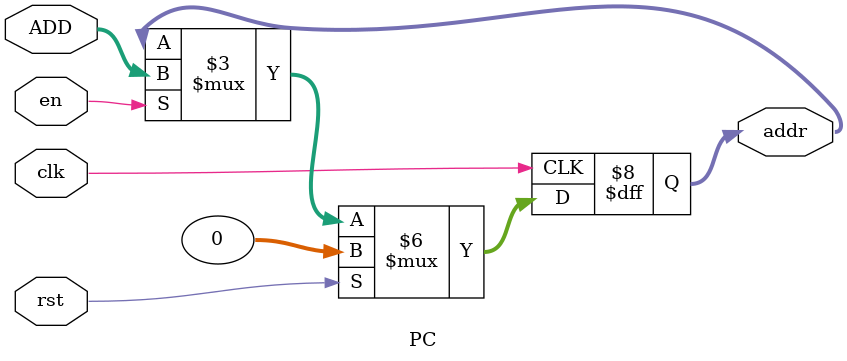
<source format=sv>
module PC(
  input logic clk,
  input logic rst,
  input logic [31:0]ADD,
  input logic en,
  output logic [31:0]addr
);
  always_ff @(posedge clk)begin
    if(rst)begin
      addr<=0;
    end
    else begin
      if (en)
        addr<=ADD;
      else
        addr<=addr;
    end
  end
endmodule
</source>
